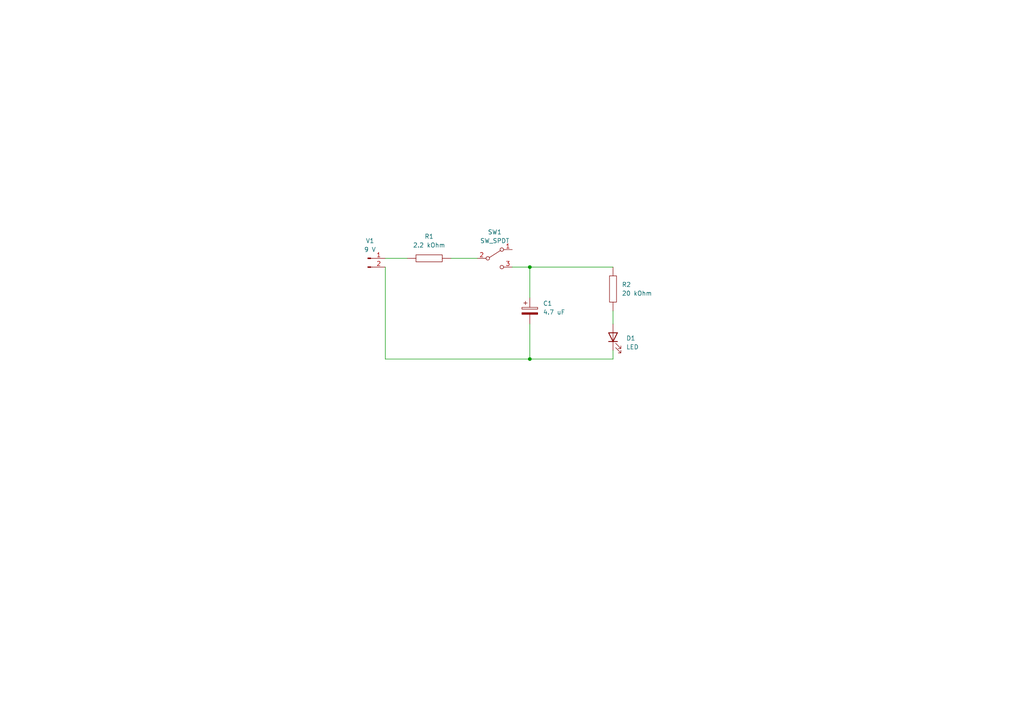
<source format=kicad_sch>
(kicad_sch (version 20211123) (generator eeschema)
  (paper "A4")
  (lib_symbols
    (symbol "Connector:Conn_01x02_Male" (pin_names (offset 1.016) hide)
      (property "Reference" "J" (at 0 2.54 0))
      (property "Value" "Conn_01x02_Male" (at 0 -5.08 0))
      (symbol "Conn_01x02_Male_1_1"
        (polyline (pts (xy 1.27 -2.54) (xy 0.8636 -2.54)) (stroke (width 0.1524)))
        (polyline (pts (xy 1.27 0) (xy 0.8636 0)) (stroke (width 0.1524)))
        (rectangle (start 0.8636 -2.413) (end 0 -2.667) (stroke (width 0.1524)) (fill (type outline)))
        (rectangle (start 0.8636 0.127) (end 0 -0.127) (stroke (width 0.1524)) (fill (type outline)))
        (pin passive line (at 5.08 0 180) (length 3.81) (name "Pin_1") (number "1"))
        (pin passive line (at 5.08 -2.54 180) (length 3.81) (name "Pin_2") (number "2"))
      )
    )
    (symbol "Device:C_Polarized" (pin_numbers hide) (pin_names (offset 0.254))
      (property "Reference" "C" (at 0.635 2.54 0))
      (property "Value" "C_Polarized" (at 0.635 -2.54 0))
      (symbol "C_Polarized_0_1"
        (rectangle (start -2.286 0.508) (end 2.286 1.016))
        (polyline (pts (xy -1.778 2.286) (xy -0.762 2.286)))
        (polyline (pts (xy -1.27 2.794) (xy -1.27 1.778)))
        (rectangle (start 2.286 -0.508) (end -2.286 -1.016) (fill (type outline)))
      )
      (symbol "C_Polarized_1_1"
        (pin passive line (at 0 3.81 270) (length 2.794) (name "~") (number "1"))
        (pin passive line (at 0 -3.81 90) (length 2.794) (name "~") (number "2"))
      )
    )
    (symbol "Device:LED" (pin_numbers hide) (pin_names (offset 1.016) hide)
      (property "Reference" "D" (at 0 2.54 0))
      (property "Value" "LED" (at 0 -2.54 0))
      (symbol "LED_0_1"
        (polyline (pts (xy -1.27 -1.27) (xy -1.27 1.27)) (stroke (width 0.254)))
        (polyline (pts (xy -1.27 0) (xy 1.27 0)))
        (polyline (pts (xy 1.27 -1.27) (xy 1.27 1.27) (xy -1.27 0) (xy 1.27 -1.27)) (stroke (width 0.254)))
        (polyline (pts (xy -3.048 -0.762) (xy -4.572 -2.286) (xy -3.81 -2.286) (xy -4.572 -2.286) (xy -4.572 -1.524)))
        (polyline (pts (xy -1.778 -0.762) (xy -3.302 -2.286) (xy -2.54 -2.286) (xy -3.302 -2.286) (xy -3.302 -1.524)))
      )
      (symbol "LED_1_1"
        (pin passive line (at -3.81 0 0) (length 2.54) (name "K") (number "1"))
        (pin passive line (at 3.81 0 180) (length 2.54) (name "A") (number "2"))
      )
    )
    (symbol "Switch:SW_SPDT" (pin_names (offset 0) hide)
      (property "Reference" "SW" (at 0 4.318 0))
      (property "Value" "SW_SPDT" (at 0 -5.08 0))
      (symbol "SW_SPDT_0_0"
        (circle (center -2.032 0) (radius 0.508))
        (circle (center 2.032 -2.54) (radius 0.508))
      )
      (symbol "SW_SPDT_0_1"
        (polyline (pts (xy -1.524 0.254) (xy 1.651 2.286)))
        (circle (center 2.032 2.54) (radius 0.508))
      )
      (symbol "SW_SPDT_1_1"
        (pin passive line (at 5.08 2.54 180) (length 2.54) (name "A") (number "1"))
        (pin passive line (at -5.08 0 0) (length 2.54) (name "B") (number "2"))
        (pin passive line (at 5.08 -2.54 180) (length 2.54) (name "C") (number "3"))
      )
    )
    (symbol "pspice:R" (pin_numbers hide) (pin_names (offset 0))
      (property "Reference" "R" (at 2.032 0 90))
      (property "Value" "R" (at 0 0 90))
      (symbol "R_0_1"
        (rectangle (start -1.016 3.81) (end 1.016 -3.81))
      )
      (symbol "R_1_1"
        (pin passive line (at 0 6.35 270) (length 2.54) (name "~") (number "1"))
        (pin passive line (at 0 -6.35 90) (length 2.54) (name "~") (number "2"))
      )
    )
  )
  (junction (at 153.67 104.14))
  (junction (at 153.67 77.47))
  (wire (pts (xy 177.8 101.6) (xy 177.8 104.14)))
  (wire (pts (xy 153.67 77.47) (xy 177.8 77.47)))
  (wire (pts (xy 177.8 104.14) (xy 153.67 104.14)))
  (wire (pts (xy 130.81 74.93) (xy 138.43 74.93)))
  (wire (pts (xy 111.76 104.14) (xy 111.76 77.47)))
  (wire (pts (xy 153.67 77.47) (xy 153.67 86.36)))
  (wire (pts (xy 111.76 74.93) (xy 118.11 74.93)))
  (wire (pts (xy 148.59 77.47) (xy 153.67 77.47)))
  (wire (pts (xy 153.67 104.14) (xy 111.76 104.14)))
  (wire (pts (xy 177.8 90.17) (xy 177.8 93.98)))
  (wire (pts (xy 153.67 104.14) (xy 153.67 93.98)))
  (symbol (lib_id "pspice:R") (at 124.46 74.93 90) (unit 1)
    (property "Reference" "R1" (at 124.46 68.58 90))
    (property "Value" "2.2 kOhm" (at 124.46 71.12 90))
  )
  (symbol (lib_id "Device:LED") (at 177.8 97.79 90) (unit 1)
    (property "Reference" "D1" (at 181.61 98.1074 90) (effects (justify right)))
    (property "Value" "LED" (at 181.61 100.6474 90) (effects (justify right)))
  )
  (symbol (lib_id "pspice:R") (at 177.8 83.82 0) (unit 1)
    (property "Reference" "R2" (at 180.34 82.5499 0) (effects (justify left)))
    (property "Value" "20 kOhm" (at 180.34 85.0899 0) (effects (justify left)))
  )
  (symbol (lib_id "Connector:Conn_01x02_Male") (at 106.68 74.93 0) (unit 1)
    (property "Reference" "V1" (at 107.315 69.85 0))
    (property "Value" "9 V" (at 107.315 72.39 0))
  )
  (symbol (lib_id "Switch:SW_SPDT") (at 143.51 74.93 0) (unit 1)
    (property "Reference" "SW1" (at 143.51 67.31 0))
    (property "Value" "SW_SPDT" (at 143.51 69.85 0))
  )
  (symbol (lib_id "Device:C_Polarized") (at 153.67 90.17 0) (unit 1)
    (property "Reference" "C1" (at 157.48 88.0109 0) (effects (justify left)))
    (property "Value" "4.7 uF" (at 157.48 90.5509 0) (effects (justify left)))
  )
)
</source>
